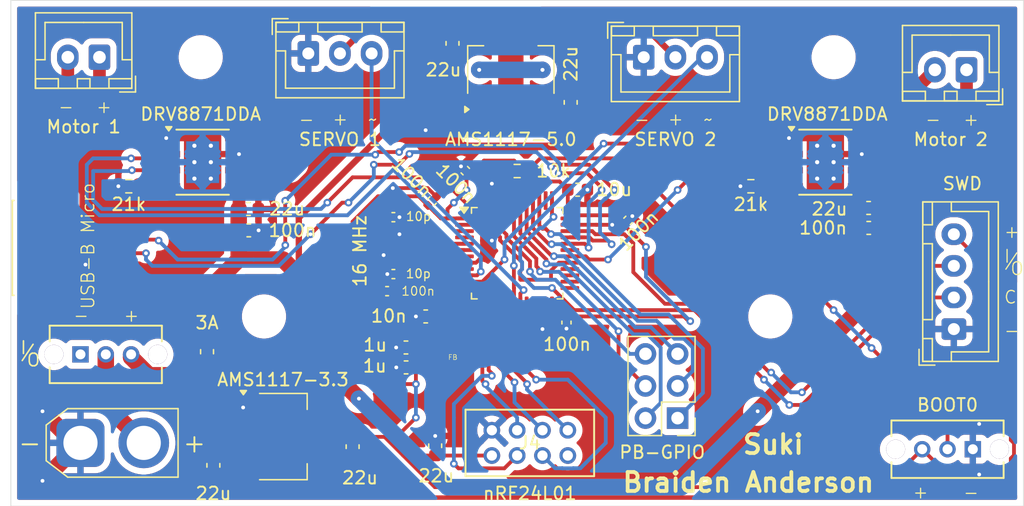
<source format=kicad_pcb>
(kicad_pcb (version 20241229) (generator "pcbnew") (generator_version "9.0")
  (layers (0 "F.Cu" signal) (2 "B.Cu" signal) (13 "F.Paste" user) (15 "B.Paste" user) (5 "F.SilkS" user "F.Silkscreen") (7 "B.SilkS" user "B.Silkscreen") (1 "F.Mask" user) (3 "B.Mask" user) (25 "Edge.Cuts" user))
  (net 0 "")
  (net 1 "PWM_M1_EN")
  (net 2 "PWM_M2_EN")
  (net 3 "/SWDIO")
  (net 4 "TIM3_CH3_SRVO2")
  (net 5 "/Fuse")
  (net 6 "+5V")
  (net 7 "+3.3VA")
  (net 8 "SCK")
  (net 9 "+12V")
  (net 10 "CE")
  (net 11 "/Res")
  (net 12 "+3.3V")
  (net 13 "/SWCLK")
  (net 14 "I{slash}O_M1_IN")
  (net 15 "CSN")
  (net 16 "MOSI")
  (net 17 "/NRST")
  (net 18 "MISO")
  (net 19 "I{slash}O_M2_IN")
  (net 20 "/M1+")
  (net 21 "/M1-")
  (net 22 "/M2+")
  (net 23 "/M2-")
  (net 24 "/ILim")
  (net 25 "GND")
  (net 26 "/HSE_IN")
  (net 27 "/HSE_OUT")
  (net 28 "/SW_BOOT0")
  (net 29 "TIM3_CH3_SRVO1")
  (net 46 "/D+Res")
  (net 49 "/D-")
  (net 50 "PB6")
  (net 51 "PB8")
  (net 52 "PB7")
  (net 53 "PB3")
  (net 54 "PB4")
  (net 55 "PB5")
  (footprint "Capacitor_SMD:C_0603_1608Metric" (layer "F.Cu") (at 124.325 120.775 -90)
    (property "Reference" "C10" (hide yes))
    (property "Value" "22u")
  )
  (footprint "JSTConnectors:CONN_B8B-PHDSS_JST" (layer "F.Cu") (at 146.325 118)
    (property "Reference" "J4")
    (property "Value" "nRF24L01")
  )
  (footprint "Capacitor_SMD:C_0603_1608Metric" (layer "F.Cu") (at 143.216402 87.403356 -90)
    (property "Reference" "C19" (hide yes))
    (property "Value" "22u")
  )
  (footprint "Capacitor_SMD:C_0402_1005Metric" (layer "F.Cu") (at 138.545003 101.15 180)
    (property "Reference" "C16" (hide yes))
    (property "Value" "10p")
  )
  (footprint "Zesti:SPDT_OS102011_CNK" (layer "F.Cu") (at 113.824999 112 90)
    (property "Reference" "SW3" (hide yes))
    (property "Value" "SW_SPDT" (hide yes))
  )
  (footprint "Capacitor_SMD:C_0603_1608Metric" (layer "F.Cu") (at 141.849402 119.225 90)
    (property "Reference" "C20" (hide yes))
    (property "Value" "22u")
  )
  (footprint "Capacitor_SMD:C_0402_1005Metric" (layer "F.Cu") (at 157.0846 101.405778 45)
    (property "Reference" "C3" (hide yes))
    (property "Value" "100n")
  )
  (footprint "Resistor_SMD:R_0603_1608Metric" (layer "F.Cu") (at 117.643185 98.703894)
    (property "Reference" "R2" (hide yes))
    (property "Value" "21k")
  )
  (footprint "Zesti:SPDT_OS102011_CNK" (layer "F.Cu") (at 184.325 119.5 -90)
    (property "Reference" "SW2" (hide yes))
    (property "Value" "BOOT0")
  )
  (footprint "Resistor_SMD:R_0603_1608Metric" (layer "F.Cu") (at 148.325 97.5 180)
    (property "Reference" "R4" (hide yes))
    (property "Value" "10k")
  )
  (footprint "Package_SO:Texas_HTSOP-8-1EP_3.9x4.9mm_P1.27mm_EP2.95x4.9mm_Mask2.4x3.1mm_ThermalVias" (layer "F.Cu") (at 172.675 96.8)
    (property "Reference" "U5" (hide yes))
    (property "Value" "DRV8871DDA")
  )
  (footprint "Package_SO:Texas_HTSOP-8-1EP_3.9x4.9mm_P1.27mm_EP2.95x4.9mm_Mask2.4x3.1mm_ThermalVias" (layer "F.Cu") (at 123.475 96.8)
    (property "Reference" "U4" (hide yes))
    (property "Value" "DRV8871DDA")
  )
  (footprint "Capacitor_SMD:C_0402_1005Metric" (layer "F.Cu") (at 152.220267 109.481 -90)
    (property "Reference" "C2" (hide yes))
    (property "Value" "100n")
  )
  (footprint "Zesti:XTAL_ABM10AIG-16.000MHZ-4Z-T3" (layer "F.Cu") (at 138.400001 103.325 180)
    (property "Reference" "Y1" (hide yes))
    (property "Value" "16 MHz")
  )
  (footprint "Connector_AMASS:AMASS_XT30U-F_1x02_P5.0mm_Vertical" (layer "F.Cu") (at 113.825 119)
    (property "Reference" "J13" (hide yes))
    (property "Value" "Conn_01x02_Pin" (hide yes))
  )
  (footprint "Zesti:BEADC1608X95N" (layer "F.Cu") (at 142.003832 112.227753 90)
    (property "Reference" "FB")
    (property "Value" "120R FerriteBead" (hide yes))
  )
  (footprint "MountingHole:MountingHole_3mm" (layer "F.Cu") (at 123.325 88.5)
    (property "Reference" "H4" (hide yes))
    (property "Value" "MountingHole" (hide yes))
  )
  (footprint "USB-B-Micro:AMPHENOL_10118192-0002LF" (layer "F.Cu") (at 112.567349 103.576281 -90)
    (property "Reference" "J5" (hide yes))
    (property "Value" "USB_B_Micro" (hide yes))
  )
  (footprint "Connector_JST:JST_XH_B3B-XH-A_1x03_P2.50mm_Vertical" (layer "F.Cu") (at 158.325 88.5)
    (property "Reference" "J2" (hide yes))
    (property "Value" "Conn_01x03_Pin" (hide yes))
  )
  (footprint "Package_QFP:LQFP-48_7x7mm_P0.5mm" (layer "F.Cu") (at 148.325 104)
    (property "Reference" "U6" (hide yes))
    (property "Value" "STM32F103C8Tx" (hide yes))
  )
  (footprint "Connector_PinHeader_2.54mm:PinHeader_2x03_P2.54mm_Vertical" (layer "F.Cu") (at 161 117.04 180)
    (property "Reference" "PB-GPIO")
    (property "Value" "PB_GPIO" (hide yes))
  )
  (footprint "MountingHole:MountingHole_3mm" (layer "F.Cu") (at 168.325 109)
    (property "Reference" "H2" (hide yes))
    (property "Value" "MountingHole" (hide yes))
  )
  (footprint "Capacitor_SMD:C_0603_1608Metric" (layer "F.Cu") (at 139.53986 111.45559 180)
    (property "Reference" "C13" (hide yes))
    (property "Value" "1u")
  )
  (footprint "Capacitor_SMD:C_0603_1608Metric" (layer "F.Cu") (at 135.325 119.297986 -90)
    (property "Reference" "C11" (hide yes))
    (property "Value" "22u")
  )
  (footprint "Capacitor_SMD:C_0603_1608Metric" (layer "F.Cu") (at 139.55 113.03 180)
    (property "Reference" "C14" (hide yes))
    (property "Value" "1u")
  )
  (footprint "Capacitor_SMD:C_0603_1608Metric" (layer "F.Cu") (at 176.1 102 180)
    (property "Reference" "C9" (hide yes))
    (property "Value" "100n")
  )
  (footprint "Capacitor_SMD:C_0603_1608Metric" (layer "F.Cu") (at 127.122507 102.191327 180)
    (property "Reference" "C7" (hide yes))
    (property "Value" "100n")
  )
  (footprint "Capacitor_SMD:C_0603_1608Metric" (layer "F.Cu") (at 141.1 109 180)
    (property "Reference" "C12" (hide yes))
    (property "Value" "10n")
  )
  (footprint "Package_TO_SOT_SMD:SOT-223-3_TabPin2" (layer "F.Cu") (at 129.825 118.5)
    (property "Reference" "U3" (hide yes))
    (property "Value" "AMS1117-3.3")
  )
  (footprint "Capacitor_SMD:C_0402_1005Metric" (layer "F.Cu") (at 138.545003 105.65)
    (property "Reference" "C17" (hide yes))
    (property "Value" "10p")
  )
  (footprint "Connector_JST:JST_XH_B2B-XH-A_1x02_P2.50mm_Vertical" (layer "F.Cu") (at 183.825 89.5 180)
    (property "Reference" "M2+1" (hide yes))
    (property "Value" "Motor 2")
  )
  (footprint "MountingHole:MountingHole_3mm" (layer "F.Cu") (at 128.325 109)
    (property "Reference" "H3" (hide yes))
    (property "Value" "MountingHole" (hide yes))
  )
  (footprint "Capacitor_SMD:C_0603_1608Metric" (layer "F.Cu") (at 176.089991 100.421212 180)
    (property "Reference" "C8" (hide yes))
    (property "Value" "22u")
  )
  (footprint "Fuse:Fuse_0603_1608Metric" (layer "F.Cu") (at 123.825 111.7875 90)
    (property "Reference" "F1" (hide yes))
    (property "Value" "3A")
  )
  (footprint "Connector_JST:JST_XH_B4B-XH-A_1x04_P2.50mm_Vertical" (layer "F.Cu") (at 182.825 110 90)
    (property "Reference" "J3" (hide yes))
    (property "Value" "SWD")
  )
  (footprint "Package_TO_SOT_SMD:SOT-223-3_TabPin2" (layer "F.Cu") (at 147.825 89.5 90)
    (property "Reference" "U1" (hide yes))
    (property "Value" "AMS1117-5.0")
  )
  (footprint "Connector_JST:JST_XH_B2B-XH-A_1x02_P2.50mm_Vertical" (layer "F.Cu") (at 115.325 88.5 180)
    (property "Reference" "M1+1" (hide yes))
    (property "Value" "Motor 1")
  )
  (footprint "Capacitor_SMD:C_0402_1005Metric" (layer "F.Cu") (at 141.602881 99.874059 45)
    (property "Reference" "C1" (hide yes))
    (property "Value" "100n")
  )
  (footprint "Connector_JST:JST_XH_B3B-XH-A_1x03_P2.50mm_Vertical" (layer "F.Cu") (at 131.825 88.2)
    (property "Reference" "J1" (hide yes))
    (property "Value" "Conn_01x03_Pin" (hide yes))
  )
  (footprint "MountingHole:MountingHole_3mm" (layer "F.Cu") (at 173.325 88.5)
    (property "Reference" "H1" (hide yes))
    (property "Value" "MountingHole" (hide yes))
  )
  (footprint "Capacitor_SMD:C_0603_1608Metric" (layer "F.Cu") (at 127.1 100.5 180)
    (property "Reference" "C6" (hide yes))
    (property "Value" "22u")
  )
  (footprint "Capacitor_SMD:C_0402_1005Metric" (layer "F.Cu") (at 144.226514 97.469665 135)
    (property "Reference" "C4" (hide yes))
    (property "Value" "100n")
  )
  (footprint "Capacitor_SMD:C_0603_1608Metric" (layer "F.Cu") (at 153.1 98.979673)
    (property "Reference" "C5" (hide yes))
    (property "Value" "10u")
  )
  (footprint "Resistor_SMD:R_0603_1608Metric" (layer "F.Cu") (at 166.788263 98.703894)
    (property "Reference" "R3" (hide yes))
    (property "Value" "21k")
  )
  (footprint "Capacitor_SMD:C_0603_1608Metric" (layer "F.Cu") (at 152.553147 92.07128 90)
    (property "Reference" "C18" (hide yes))
    (property "Value" "22u")
  )
  (footprint "Capacitor_SMD:C_0402_1005Metric" (layer "F.Cu") (at 138.05 107 180)
    (property "Reference" "C15" (hide yes))
    (property "Value" "100n")
  )
  (gr_line (start 108.325 124) (end 188.325 124) (stroke (width 0.05)) (layer "Edge.Cuts"))
  (gr_line (start 108.325 84) (end 108.325 124) (stroke (width 0.05)) (layer "Edge.Cuts"))
  (gr_line (start 188.325 124) (end 188.325 84) (stroke (width 0.05)) (layer "Edge.Cuts"))
  (gr_line (start 188.325 84) (end 108.325 84) (stroke (width 0.05)) (layer "Edge.Cuts"))
  (gr_text "/" (at 186.772227 105.151875 0) (layer "F.SilkS") (effects (font (size 1 1) (thickness 0.1)) (justify left bottom)))
  (gr_text "-" (at 183.5 123.5 0) (layer "F.SilkS") (effects (font (size 1 1) (thickness 0.1)) (justify left bottom)))
  (gr_text "-" (at 186.725 110.696499 0) (layer "F.SilkS") (effects (font (size 1 1) (thickness 0.1)) (justify left bottom)))
  (gr_text "+" (at 115 93 0) (layer "F.SilkS") (effects (font (size 1 1) (thickness 0.1)) (justify left bottom)))
  (gr_text "I" (at 109 112.057289 0) (layer "F.SilkS") (effects (font (size 1 1) (thickness 0.125)) (justify left bottom)))
  (gr_text "-" (at 113.192153 109.5 0) (layer "F.SilkS") (effects (font (size 1 1) (thickness 0.1)) (justify left bottom)))
  (gr_text "Suki" (at 166 120 0) (layer "F.SilkS") (effects (font (size 1.5 1.5) (thickness 0.3) (bold yes)) (justify left bottom)))
  (gr_text "O" (at 109.505836 113.029751 0) (layer "F.SilkS") (effects (font (size 1 1) (thickness 0.125)) (justify left bottom)))
  (gr_text "-" (at 157.497138 94 0) (layer "F.SilkS") (effects (font (size 1 1) (thickness 0.1)) (justify left bottom)))
  (gr_text "-" (at 130.997138 94 0) (layer "F.SilkS") (effects (font (size 1 1) (thickness 0.1)) (justify left bottom)))
  (gr_text "~" (at 163 94 0) (layer "F.SilkS") (effects (font (size 1 1) (thickness 0.1)) (justify left bottom)))
  (gr_text "~" (at 136.5 94 0) (layer "F.SilkS") (effects (font (size 1 1) (thickness 0.1)) (justify left bottom)))
  (gr_text "C" (at 186.725 108.065527 0) (layer "F.SilkS") (effects (font (size 1 1) (thickness 0.1)) (justify left bottom)))
  (gr_text "+" (at 183.5 94 0) (layer "F.SilkS") (effects (font (size 1 1) (thickness 0.1)) (justify left bottom)))
  (gr_text "+" (at 160.162304 93.966475 0) (layer "F.SilkS") (effects (font (size 1 1) (thickness 0.1)) (justify left bottom)))
  (gr_text "I" (at 186.725 104.831122 0) (layer "F.SilkS") (effects (font (size 1 1) (thickness 0.1)) (justify left bottom)))
  (gr_text "-" (at 112 93 0) (layer "F.SilkS") (effects (font (size 1 1) (thickness 0.1)) (justify left bottom)))
  (gr_text "+" (at 186.725 102.871211 0) (layer "F.SilkS") (effects (font (size 1 1) (thickness 0.1)) (justify left bottom)))
  (gr_text "/" (at 109.047227 112.378042 0) (layer "F.SilkS") (effects (font (size 1 1) (thickness 0.125)) (justify left bottom)))
  (gr_text "-" (at 180.5 94 0) (layer "F.SilkS") (effects (font (size 1 1) (thickness 0.1)) (justify left bottom)))
  (gr_text "Braiden Anderson" (at 156.5 123 0) (layer "F.SilkS") (effects (font (size 1.5 1.5) (thickness 0.3) (bold yes)) (justify left bottom)))
  (gr_text "O" (at 187.230836 105.803584 0) (layer "F.SilkS") (effects (font (size 1 1) (thickness 0.1)) (justify left bottom)))
  (gr_text "+" (at 179.510632 123.475874 0) (layer "F.SilkS") (effects (font (size 1 1) (thickness 0.1)) (justify left bottom)))
  (gr_text "USB-B Micro" (at 115 108.5 90) (layer "F.SilkS") (effects (font (size 1 1) (thickness 0.1)) (justify left bottom)))
  (gr_text "+" (at 117.164759 109.5 0) (layer "F.SilkS") (effects (font (size 1 1) (thickness 0.1)) (justify left bottom)))
  (gr_text "+" (at 133.662304 93.966475 0) (layer "F.SilkS") (effects (font (size 1 1) (thickness 0.1)) (justify left bottom)))
  (via (at 150.325 89.5) (size 0.6) (drill 0.3) (layers "F.Cu" "B.Cu") (net 0))
  (via (at 150.325 89.5) (size 1.3) (drill 0.3) (layers "F.Cu" "B.Cu") (net 0))
  (via (at 145.325 89.5) (size 0.6) (drill 0.3) (layers "F.Cu" "B.Cu") (net 0))
  (via (at 145.325 89.5) (size 1.3) (drill 0.3) (layers "F.Cu" "B.Cu") (net 0))
  (segment (start 145.325 89.5) (end 150.325 89.5) (width 1.3) (layer "B.Cu") (net 0))
  (segment (start 145.15576 105.75) (end 144.1625 105.75) (width 0.3) (layer "F.Cu") (net 1))
  (segment (start 120.265 96.5) (end 120.6 96.165) (width 0.3) (layer "F.Cu") (net 1))
  (segment (start 145.45288 105.45288) (end 145.15576 105.75) (width 0.3) (layer "F.Cu") (net 1))
  (segment (start 117.825 96.5) (end 120.265 96.5) (width 0.3) (layer "F.Cu") (net 1))
  (via (at 145.45288 105.45288) (size 0.6) (drill 0.3) (layers "F.Cu" "B.Cu") (net 1))
  (via (at 117.825 96.5) (size 0.6) (drill 0.3) (layers "F.Cu" "B.Cu") (net 1))
  (segment (start 134.920654 101) (end 115.325 101) (width 0.3) (layer "B.Cu") (net 1))
  (segment (start 145.45288 105.45288) (end 145.45288 104.303091) (width 0.3) (layer "B.Cu") (net 1))
  (segment (start 114.325 97) (end 114.825 96.5) (width 0.3) (layer "B.Cu") (net 1))
  (segment (start 145.45288 104.303091) (end 138.535221 97.385433) (width 0.3) (layer "B.Cu") (net 1))
  (segment (start 114.825 96.5) (end 117.825 96.5) (width 0.3) (layer "B.Cu") (net 1))
  (segment (start 138.535221 97.385433) (end 134.920654 101) (width 0.3) (layer "B.Cu") (net 1))
  (segment (start 114.325 100) (end 114.325 97) (width 0.3) (layer "B.Cu") (net 1))
  (segment (start 115.325 101) (end 114.325 100) (width 0.3) (layer "B.Cu") (net 1))
  (segment (start 163.66 96.165) (end 169.8 96.165) (width 0.3) (layer "F.Cu") (net 2))
  (segment (start 145.575 106.25) (end 147.325 104.5) (width 0.3) (layer "F.Cu") (net 2))
  (segment (start 160.716227 95.331803) (end 162.826803 95.331803) (width 0.3) (layer "F.Cu") (net 2))
  (segment (start 162.826803 95.331803) (end 163.66 96.165) (width 0.3) (layer "F.Cu") (net 2))
  (segment (start 155.155053 95.330053) (end 160.714477 95.330053) (width 0.3) (layer "F.Cu") (net 2))
  (segment (start 144.1625 106.25) (end 145.575 106.25) (width 0.3) (layer "F.Cu") (net 2))
  (segment (start 160.714477 95.330053) (end 160.716227 95.331803) (width 0.3) (layer "F.Cu") (net 2))
  (via (at 155.155053 95.330053) (size 0.6) (drill 0.3) (layers "F.Cu" "B.Cu") (net 2))
  (via (at 147.325 104.5) (size 0.6) (drill 0.3) (layers "F.Cu" "B.Cu") (net 2))
  (segment (start 147.325 104.5) (end 147.325 103.160106) (width 0.3) (layer "B.Cu") (net 2))
  (segment (start 147.325 103.160106) (end 155.155053 95.330053) (width 0.3) (layer "B.Cu") (net 2))
  (segment (start 168.325 113.5) (end 168.390687 113.434313) (width 0.3) (layer "F.Cu") (net 3))
  (segment (start 157.5 105.5) (end 160 108) (width 0.3) (layer "F.Cu") (net 3))
  (segment (start 157.5 103.20852) (end 157.5 105.5) (width 0.3) (layer "F.Cu") (net 3))
  (segment (start 152.4875 102.25) (end 154.25 102.25) (width 0.3) (layer "F.Cu") (net 3))
  (segment (start 156.79148 102.5) (end 157.5 103.20852) (width 0.3) (layer "F.Cu") (net 3))
  (segment (start 154.25 102.25) (end 154.5 102.5) (width 0.3) (layer "F.Cu") (net 3))
  (segment (start 154.5 102.5) (end 156.79148 102.5) (width 0.3) (layer "F.Cu") (net 3))
  (segment (start 162.825 108) (end 168.325 113.5) (width 0.3) (layer "F.Cu") (net 3))
  (segment (start 160 108) (end 162.825 108) (width 0.3) (layer "F.Cu") (net 3))
  (segment (start 170.825 115) (end 180.825 105) (width 0.3) (layer "F.Cu") (net 3))
  (segment (start 180.825 105) (end 182.825 105) (width 0.3) (layer "F.Cu") (net 3))
  (via (at 168.390687 113.434313) (size 0.6) (drill 0.3) (layers "F.Cu" "B.Cu") (net 3))
  (via (at 170.825 115) (size 0.6) (drill 0.3) (layers "F.Cu" "B.Cu") (net 3))
  (segment (start 168.390687 113.434313) (end 169.956374 115) (width 0.3) (layer "B.Cu") (net 3))
  (segment (start 169.956374 115) (end 170.825 115) (width 0.3) (layer "B.Cu") (net 3))
  (segment (start 148.835488 106.932493) (end 148.575 107.192981) (width 0.3) (layer "F.Cu") (net 4))
  (segment (start 148.575 107.192981) (end 148.575 108.1625) (width 0.3) (layer "F.Cu") (net 4))
  (segment (start 148.835488 106.908751) (end 148.835488 106.932493) (width 0.3) (layer "F.Cu") (net 4))
  (via (at 148.835488 106.908751) (size 0.6) (drill 0.3) (layers "F.Cu" "B.Cu") (net 4))
  (segment (start 136.825 94.966691) (end 136.825 88.2) (width 0.3) (layer "B.Cu") (net 4))
  (segment (start 148.76706 106.908751) (end 136.825 94.966691) (width 0.3) (layer "B.Cu") (net 4))
  (segment (start 148.835488 106.908751) (end 148.76706 106.908751) (width 0.3) (layer "B.Cu") (net 4))
  (segment (start 119.241422 113.6503) (end 122.7497 113.6503) (width 1.3) (layer "F.Cu") (net 5))
  (segment (start 122.7497 113.6503) (end 123.825 112.575) (width 1.3) (layer "F.Cu") (net 5))
  (segment (start 117.825 112) (end 117.825 112.233878) (width 1.3) (layer "F.Cu") (net 5))
  (segment (start 117.825 112.233878) (end 119.241422 113.6503) (width 1.3) (layer "F.Cu") (net 5))
  (segment (start 147.546644 86.628356) (end 147.825 86.35) (width 0.5) (layer "F.Cu") (net 6))
  (segment (start 158.675 86.35) (end 160.825 88.5) (width 0.5) (layer "F.Cu") (net 6))
  (segment (start 147.825 86.35) (end 158.675 86.35) (width 0.5) (layer "F.Cu") (net 6))
  (segment (start 143.216402 86.628356) (end 147.546644 86.628356) (width 0.5) (layer "F.Cu") (net 6))
  (segment (start 140.325 85) (end 137.525 85) (width 0.5) (layer "F.Cu") (net 6))
  (segment (start 143.216402 86.628356) (end 141.953356 86.628356) (width 0.5) (layer "F.Cu") (net 6))
  (segment (start 137.525 85) (end 134.325 88.2) (width 0.5) (layer "F.Cu") (net 6))
  (segment (start 141.953356 86.628356) (end 140.325 85) (width 0.5) (layer "F.Cu") (net 6))
  (segment (start 140.31486 110.56014) (end 141.875 109) (width 0.3) (layer "F.Cu") (net 7))
  (segment (start 141.875 109) (end 141.875 106.45) (width 0.3) (layer "F.Cu") (net 7))
  (segment (start 142.003832 111.492753) (end 140.352023 111.492753) (width 0.3) (layer "F.Cu") (net 7))
  (segment (start 140.31486 111.45559) (end 140.31486 110.56014) (width 0.3) (layer "F.Cu") (net 7))
  (segment (start 143.075 105.25) (end 144.1625 105.25) (width 0.3) (layer "F.Cu") (net 7))
  (segment (start 140.352023 111.492753) (end 140.31486 111.45559) (width 0.3) (layer "F.Cu") (net 7))
  (segment (start 141.875 106.45) (end 143.075 105.25) (width 0.3) (layer "F.Cu") (net 7))
  (segment (start 146.575 112.66924) (end 148.11538 114.20962) (width 0.3) (layer "F.Cu") (net 8))
  (segment (start 146.575 108.1625) (end 146.575 112.66924) (width 0.3) (layer "F.Cu") (net 8))
  (via (at 148.11538 114.20962) (size 0.6) (drill 0.3) (layers "F.Cu" "B.Cu") (net 8))
  (segment (start 148.11538 115.79038) (end 150.325 118) (width 0.3) (layer "B.Cu") (net 8))
  (segment (start 148.11538 114.20962) (end 148.11538 115.79038) (width 0.3) (layer "B.Cu") (net 8))
  (segment (start 143 93) (end 139.262925 93) (width 0.5) (layer "F.Cu") (net 9))
  (segment (start 124.825 115) (end 124.825 112) (width 0.3) (layer "F.Cu") (net 9))
  (segment (start 150.899427 94.5) (end 152.553147 92.84628) (width 0.5) (layer "F.Cu") (net 9))
  (segment (start 139.262925 93) (end 131.075 101.187925) (width 0.5) (layer "F.Cu") (net 9))
  (segment (start 126.325 104.5) (end 129.825 104.5) (width 1.3) (layer "F.Cu") (net 9))
  (segment (start 124.325 120) (end 125.875 120) (width 0.3) (layer "F.Cu") (net 9))
  (segment (start 175.55 98.705) (end 175.55 100.186203) (width 1) (layer "F.Cu") (net 9))
  (segment (start 175.55 100.186203) (end 175.314991 100.421212) (width 1) (layer "F.Cu") (net 9))
  (segment (start 175.314991 108.510009) (end 175.314991 100.421212) (width 1.3) (layer "F.Cu") (net 9))
  (segment (start 115.824999 115.999999) (end 115.824999 112) (width 1.3) (layer "F.Cu") (net 9))
  (segment (start 123.825 107) (end 126.325 104.5) (width 1.3) (layer "F.Cu") (net 9))
  (segment (start 124.325 115.5) (end 124.325 120) (width 0.3) (layer "F.Cu") (net 9))
  (segment (start 126.35 98.705) (end 126.35 100.475) (width 1) (layer "F.Cu") (net 9))
  (segment (start 144.5 94.5) (end 143 93) (width 0.5) (layer "F.Cu") (net 9))
  (segment (start 152.553147 92.84628) (end 150.32128 92.84628) (width 0.5) (layer "F.Cu") (net 9))
  (segment (start 123.825 111) (end 123.825 107) (width 1.3) (layer "F.Cu") (net 9))
  (segment (start 129.825 104.5) (end 131.075 105.75) (width 1.3) (layer "F.Cu") (net 9))
  (segment (start 124.325 115.5) (end 124.825 115) (width 0.3) (layer "F.Cu") (net 9))
  (segment (start 126.325 104.5) (end 126.325 100.5) (width 1.3) (layer "F.Cu") (net 9))
  (segment (start 131.075 105.75) (end 132.325 107) (width 1.3) (layer "F.Cu") (net 9))
  (segment (start 167.325 116.5) (end 175.314991 108.510009) (width 1.3) (layer "F.Cu") (net 9))
  (segment (start 150.325 92.85) (end 150.125 92.65) (width 0.5) (layer "F.Cu") (net 9))
  (segment (start 132.325 107) (end 132.325 112) (width 1.3) (layer "F.Cu") (net 9))
  (segment (start 125.875 120) (end 126.675 120.8) (width 0.3) (layer "F.Cu") (net 9))
  (segment (start 132.325 112) (end 135.825 115.5) (width 1.3) (layer "F.Cu") (net 9))
  (segment (start 150.32128 92.84628) (end 150.125 92.65) (width 0.5) (layer "F.Cu") (net 9))
  (segment (start 131.075 101.187925) (end 131.075 105.75) (width 0.5) (layer "F.Cu") (net 9))
  (segment (start 126.35 100.475) (end 126.325 100.5) (width 1) (layer "F.Cu") (net 9))
  (segment (start 124.825 112) (end 123.825 111) (width 0.3) (layer "F.Cu") (net 9))
  (segment (start 118.825 119) (end 115.824999 115.999999) (width 1.3) (layer "F.Cu") (net 9))
  (segment (start 144.5 94.5) (end 150.899427 94.5) (width 0.5) (layer "F.Cu") (net 9))
  (via (at 135.825 115.5) (size 1.3) (drill 0.3) (layers "F.Cu" "B.Cu") (net 9))
  (via (at 167.325 116.5) (size 1.3) (drill 0.3) (layers "F.Cu" "B.Cu") (net 9))
  (segment (start 142.825 122.5) (end 135.825 115.5) (width 1.3) (layer "B.Cu") (net 9))
  (segment (start 161.325 122.5) (end 142.825 122.5) (width 1.3) (layer "B.Cu") (net 9))
  (segment (start 167.325 116.5) (end 161.325 122.5) (width 1.3) (layer "B.Cu") (net 9))
  (segment (start 145.825 114.35) (end 145.575 114.1) (width 0.3) (layer "F.Cu") (net 10))
  (segment (start 145.575 114.1) (end 145.575 108.1625) (width 0.3) (layer "F.Cu") (net 10))
  (via (at 145.825 114.35) (size 0.6) (drill 0.3) (layers "F.Cu" "B.Cu") (net 10))
  (segment (start 145.825 114.5) (end 148.324999 116.999999) (width 0.3) (layer "B.Cu") (net 10))
  (segment (start 148.324999 116.999999) (end 148.324999 118) (width 0.3) (layer "B.Cu") (net 10))
  (segment (start 145.825 114.35) (end 145.825 114.5) (width 0.3) (layer "B.Cu") (net 10))
  (segment (start 147.575 99.8375) (end 147.575 97.717497) (width 0.3) (layer "F.Cu") (net 11))
  (segment (start 147.575 97.717497) (end 147.558116 97.700613) (width 0.3) (layer "F.Cu") (net 11))
  (segment (start 135.325 118.522986) (end 137.847986 118.522986) (width 0.3) (layer "F.Cu") (net 12))
  (segment (start 132.975 118.5) (end 135.302014 118.5) (width 0.3) (layer "F.Cu") (net 12))
  (segment (start 151.075 109.001) (end 151.075 108.1625) (width 0.3) (layer "F.Cu") (net 12))
  (segment (start 152.325 101.0875) (end 152.4875 101.25) (width 0.3) (layer "F.Cu") (net 12))
  (segment (start 183.324999 122.5) (end 180.324999 119.5) (width 0.3) (layer "F.Cu") (net 12))
  (segment (start 144.875 97.5) (end 145.701 96.674) (width 0.3) (layer "F.Cu") (net 12))
  (segment (start 142.3 101.25) (end 141.825 100.775) (width 0.3) (layer "F.Cu") (net 12))
  (segment (start 148.716226 98.326) (end 151.671327 98.326) (width 0.3) (layer "F.Cu") (net 12))
  (segment (start 151.671327 98.326) (end 152.325 98.979673) (width 0.3) (layer "F.Cu") (net 12))
  (segment (start 187.325 118.773229) (end 187.575301 119.02353) (width 0.3) (layer "F.Cu") (net 12))
  (segment (start 142.003832 112.962753) (end 140.392247 112.962753) (width 0.3) (layer "F.Cu") (net 12))
  (segment (start 138.802014 118.522986) (end 140.325 117) (width 0.3) (layer "F.Cu") (net 12))
  (segment (start 161.5 109) (end 160.352 109) (width 0.3) (layer "F.Cu") (net 12))
  (segment (start 136.675 114.35) (end 135.325 113) (width 0.3) (layer "F.Cu") (net 12))
  (segment (start 144.325 98.05) (end 144.875 97.5) (width 0.3) (layer "F.Cu") (net 12))
  (segment (start 187.575301 119.97647) (end 187.325 120.226771) (width 0.3) (layer "F.Cu") (net 12))
  (segment (start 152.7375 101) (end 152.4875 101.25) (width 0.3) (layer "F.Cu") (net 12))
  (segment (start 137.847986 118.522986) (end 139.325 120) (width 0.3) (layer "F.Cu") (net 12))
  (segment (start 180.324999 119.5) (end 177.324999 122.5) (width 0.3) (layer "F.Cu") (net 12))
  (segment (start 148.399 96.991226) (end 148.399 98.008774) (width 0.3) (layer "F.Cu") (net 12))
  (segment (start 161.87212 109.37212) (end 161.5 109) (width 0.3) (layer "F.Cu") (net 12))
  (segment (start 135.302014 118.5) (end 135.325 118.522986) (width 0.3) (layer "F.Cu") (net 12))
  (segment (start 156 101) (end 152.325 101) (width 0.3) (layer "F.Cu") (net 12))
  (segment (start 148.081774 96.674) (end 148.399 96.991226) (width 0.3) (layer "F.Cu") (net 12))
  (segment (start 145.701 96.674) (end 148.081774 96.674) (width 0.3) (layer "F.Cu") (net 12))
  (segment (start 140.55 99.5) (end 141.825 100.775) (width 0.3) (layer "F.Cu") (net 12))
  (segment (start 187.325 120.226771) (end 187.325 122.5) (width 0.3) (layer "F.Cu") (net 12))
  (segment (start 140.325 114.35) (end 140.325 113.03) (width 0.3) (layer "F.Cu") (net 12))
  (segment (start 142.825 101.25) (end 142.825 100.5) (width 0.3) (layer "F.Cu") (net 12))
  (segment (start 135.325 113) (end 135.575 113.25) (width 0.3) (layer "F.Cu") (net 12))
  (segment (start 187.575301 119.02353) (end 187.575301 119.97647) (width 0.3) (layer "F.Cu") (net 12))
  (segment (start 137.847986 118.522986) (end 138.802014 118.522986) (width 0.3) (layer "F.Cu") (net 12))
  (segment (start 148.399 98.008774) (end 148.716226 98.326) (width 0.3) (layer "F.Cu") (net 12))
  (segment (start 177.324999 122.5) (end 141.825 122.5) (width 0.3) (layer "F.Cu") (net 12))
  (segment (start 141.825 122.5) (end 139.325 120) (width 0.3) (layer "F.Cu") (net 12))
  (segment (start 144.1625 101.25) (end 142.825 101.25) (width 0.3) (layer "F.Cu") (net 12))
  (segment (start 152.325 98.979673) (end 152.325 101) (width 0.3) (layer "F.Cu") (net 12))
  (segment (start 140.392247 112.962753) (end 140.325 113.03) (width 0.3) (layer "F.Cu") (net 12))
  (segment (start 160.352 109) (end 160.351 109.001) (width 0.3) (layer "F.Cu") (net 12))
  (segment (start 135.325 113) (end 135.325 101.5) (width 0.3) (layer "F.Cu") (net 12))
  (segment (start 144.325 99) (end 144.325 98.05) (width 0.3) (layer "F.Cu") (net 12))
  (segment (start 140.325 114.35) (end 136.675 114.35) (width 0.3) (layer "F.Cu") (net 12))
  (segment (start 162 109.37212) (end 161.87212 109.37212) (width 0.3) (layer "F.Cu") (net 12))
  (segment (start 158.5 103.5) (end 156 101) (width 0.3) (layer "F.Cu") (net 12))
  (segment (start 182.825 102.5) (end 187.325 107) (width 0.3) (layer "F.Cu") (net 12))
  (segment (start 145.575 99.8375) (end 145.575 98.2) (width 0.3) (layer "F.Cu") (net 12))
  (segment (start 187.325 122.5) (end 183.324999 122.5) (width 0.3) (layer "F.Cu") (net 12))
  (segment (start 152.325 101) (end 152.325 101.0875) (width 0.3) (layer "F.Cu") (net 12))
  (segment (start 160.351 109.001) (end 151.075 109.001) (width 0.3) (layer "F.Cu") (net 12))
  (segment (start 137.325 99.5) (end 140.55 99.5) (width 0.3) (layer "F.Cu") (net 12))
  (segment (start 142.825 100.5) (end 143.325 100) (width 0.3) (layer "F.Cu") (net 12))
  (segment (start 135.325 101.5) (end 137.325 99.5) (width 0.3) (layer "F.Cu") (net 12))
  (segment (start 145.575 98.2) (end 144.875 97.5) (width 0.3) (layer "F.Cu") (net 12))
  (segment (start 187.325 107) (end 187.325 118.773229) (width 0.3) (layer "F.Cu") (net 12))
  (segment (start 142.825 101.25) (end 142.3 101.25) (width 0.3) (layer "F.Cu") (net 12))
  (segment (start 139.325 120) (end 146.325 120.000001) (width 0.3) (layer "F.Cu") (net 12))
  (via (at 140.325 114.35) (size 0.6) (drill 0.3) (layers "F.Cu" "B.Cu") (net 12))
  (via (at 140.325 117) (size 0.6) (drill 0.3) (layers "F.Cu" "B.Cu") (net 12))
  (via (at 143.325 100) (size 0.6) (drill 0.3) (layers "F.Cu" "B.Cu") (net 12))
  (via (at 158.5 103.5) (size 0.6) (drill 0.3) (layers "F.Cu" "B.Cu") (net 12))
  (via (at 162 109.37212) (size 0.6) (drill 0.3) (layers "F.Cu" "B.Cu") (net 12))
  (via (at 144.325 99) (size 0.6) (drill 0.3) (layers "F.Cu" "B.Cu") (net 12))
  (segment (start 158.5 105.87212) (end 162 109.37212) (width 0.3) (layer "B.Cu") (net 12))
  (segment (start 143.325 100) (end 144.325 99) (width 0.3) (layer "B.Cu") (net 12))
  (segment (start 140.325 117) (end 140.325 114.35) (width 0.3) (layer "B.Cu") (net 12))
  (segment (start 158.5 103.5) (end 158.5 105.87212) (width 0.3) (layer "B.Cu") (net 12))
  (segment (start 179.325 107.5) (end 182.825 107.5) (width 0.3) (layer "F.Cu") (net 13))
  (segment (start 170.825 116) (end 179.325 107.5) (width 0.3) (layer "F.Cu") (net 13))
  (segment (start 169.825 116) (end 170.825 116) (width 0.3) (layer "F.Cu") (net 13))
  (segment (start 151.199293 101.124293) (end 151.075 101) (width 0.3) (layer "F.Cu") (net 13))
  (segment (start 152.825 108.5) (end 162.325 108.5) (width 0.3) (layer "F.Cu") (net 13))
  (segment (start 162.325 108.5) (end 167.825 114) (width 0.3) (layer "F.Cu") (net 13))
  (segment (start 151.075 101) (end 151.075 99.8375) (width 0.3) (layer "F.Cu") (net 13))
  (segment (start 151.075 106.75) (end 152.825 108.5) (width 0.3) (layer "F.Cu") (net 13))
  (via (at 151.075 106.75) (size 0.6) (drill 0.3) (layers "F.Cu" "B.Cu") (net 13))
  (via (at 151.199293 101.124293) (size 0.6) (drill 0.3) (layers "F.Cu" "B.Cu") (net 13))
  (via (at 169.825 116) (size 0.6) (drill 0.3) (layers "F.Cu" "B.Cu") (net 13))
  (via (at 167.825 114) (size 0.6) (drill 0.3) (layers "F.Cu" "B.Cu") (net 13))
  (segment (start 169.825 116) (end 167.825 114) (width 0.3) (layer "B.Cu") (net 13))
  (segment (start 151.199293 101.124293) (end 150.323586 102) (width 0.3) (layer "B.Cu") (net 13))
  (segment (start 148.566761 103.546105) (end 148.566761 104.565347) (width 0.3) (layer "B.Cu") (net 13))
  (segment (start 148.716761 105.254655) (end 148.5 105.471416) (width 0.3) (layer "B.Cu") (net 13))
  (segment (start 148.5 105.593654) (end 149.656346 106.75) (width 0.3) (layer "B.Cu") (net 13))
  (segment (start 150.323586 102) (end 150.112866 102) (width 0.3) (layer "B.Cu") (net 13))
  (segment (start 148.716761 104.715347) (end 148.716761 105.254655) (width 0.3) (layer "B.Cu") (net 13))
  (segment (start 148.566761 104.565347) (end 148.716761 104.715347) (width 0.3) (layer "B.Cu") (net 13))
  (segment (start 149.656346 106.75) (end 151.075 106.75) (width 0.3) (layer "B.Cu") (net 13))
  (segment (start 148.5 105.471416) (end 148.5 105.593654) (width 0.3) (layer "B.Cu") (net 13))
  (segment (start 150.112866 102) (end 148.566761 103.546105) (width 0.3) (layer "B.Cu") (net 13))
  (segment (start 133.325 100) (end 135.325 98) (width 0.3) (layer "F.Cu") (net 14))
  (segment (start 146.976 102.730346) (end 146.976 102.976) (width 0.3) (layer "F.Cu") (net 14))
  (segment (start 145.251 101.005346) (end 146.976 102.730346) (width 0.3) (layer "F.Cu") (net 14))
  (segment (start 148.334001 104.334001) (end 148.335415 104.334001) (width 0.3) (layer "F.Cu") (net 14))
  (segment (start 148.599 106.099) (end 151 106.099) (width 0.3) (layer "F.Cu") (net 14))
  (segment (start 148.335415 104.334001) (end 148.716761 104.715347) (width 0.3) (layer "F.Cu") (net 14))
  (segment (start 141.325 98) (end 141.825 98.5) (width 0.3) (layer "F.Cu") (net 14))
  (segment (start 144.994654 100.749) (end 145.003534 100.749) (width 0.3) (layer "F.Cu") (net 14))
  (segment (start 151 105.375) (end 151.625 104.75) (width 0.3) (layer "F.Cu") (net 14))
  (segment (start 148.716761 104.715347) (end 148.716761 105.254655) (width 0.3) (layer "F.Cu") (net 14))
  (segment (start 145.003534 100.749) (end 145.251 100.996466) (width 0.3) (layer "F.Cu") (net 14))
  (segment (start 148.716761 105.254655) (end 148.566761 105.404655) (width 0.3) (layer "F.Cu") (net 14))
  (segment (start 151.625 104.75) (end 152.4875 104.75) (width 0.3) (layer "F.Cu") (net 14))
  (segment (start 142.745654 98.5) (end 144.994654 100.749) (width 0.3) (layer "F.Cu") (net 14))
  (segment (start 135.325 98) (end 141.325 98) (width 0.3) (layer "F.Cu") (net 14))
  (segment (start 145.251 100.996466) (end 145.251 101.005346) (width 0.3) (layer "F.Cu") (net 14))
  (segment (start 117.89 97.435) (end 120.6 97.435) (width 0.3) (layer "F.Cu") (net 14))
  (segment (start 148.566761 105.404655) (end 148.566761 106.066761) (width 0.3) (layer "F.Cu") (net 14))
  (segment (start 141.825 98.5) (end 142.745654 98.5) (width 0.3) (layer "F.Cu") (net 14))
  (segment (start 146.976 102.976) (end 148.334001 104.334001) (width 0.3) (layer "F.Cu") (net 14))
  (segment (start 151 106.099) (end 151 105.375) (width 0.3) (layer "F.Cu") (net 14))
  (segment (start 148.566761 106.066761) (end 148.599 106.099) (width 0.3) (layer "F.Cu") (net 14))
  (via (at 117.89 97.435) (size 0.6) (drill 0.3) (layers "F.Cu" "B.Cu") (net 14))
  (via (at 133.325 100) (size 0.6) (drill 0.3) (layers "F.Cu" "B.Cu") (net 14))
  (segment (start 115.53252 100.499) (end 114.826 99.79248) (width 0.3) (layer "B.Cu") (net 14))
  (segment (start 132.826 100.499) (end 115.53252 100.499) (width 0.3) (layer "B.Cu") (net 14))
  (segment (start 114.826 99.79248) (end 114.826 97.5) (width 0.3) (layer "B.Cu") (net 14))
  (segment (start 117.825 97.5) (end 117.89 97.435) (width 0.3) (layer "B.Cu") (net 14))
  (segment (start 133.325 100) (end 132.826 100.499) (width 0.3) (layer "B.Cu") (net 14))
  (segment (start 114.826 97.5) (end 117.825 97.5) (width 0.3) (layer "B.Cu") (net 14))
  (segment (start 146.325 113.5) (end 146.075 113.25) (width 0.3) (layer "F.Cu") (net 15))
  (segment (start 143.6864 121.011401) (end 147.313599 121.011401) (width 0.3) (layer "F.Cu") (net 15))
  (segment (start 146.075 113.25) (end 146.075 108.1625) (width 0.3) (layer "F.Cu") (net 15))
  (segment (start 143.325 120.650001) (end 143.6864 121.011401) (width 0.3) (layer "F.Cu") (net 15))
  (segment (start 146.325 113.699) (end 146.325 113.5) (width 0.3) (layer "F.Cu") (net 15))
  (segment (start 147.313599 121.011401) (end 148.324999 120.000001) (width 0.3) (layer "F.Cu") (net 15))
  (via (at 143.325 120.650001) (size 0.6) (drill 0.3) (layers "F.Cu" "B.Cu") (net 15))
  (via (at 146.325 113.699) (size 0.6) (drill 0.3) (layers "F.Cu" "B.Cu") (net 15))
  (segment (start 143.325 115.929346) (end 143.325 117) (width 0.3) (layer "B.Cu") (net 15))
  (segment (start 146.325 113.699) (end 145.555346 113.699) (width 0.3) (layer "B.Cu") (net 15))
  (segment (start 145.555346 113.699) (end 143.325 115.929346) (width 0.3) (layer "B.Cu") (net 15))
  (segment (start 143.325 117) (end 143.325 120.650001) (width 0.3) (layer "B.Cu") (net 15))
  (segment (start 147.575 111.75) (end 149.825 114) (width 0.3) (layer "F.Cu") (net 16))
  (segment (start 147.575 108.1625) (end 147.575 111.75) (width 0.3) (layer "F.Cu") (net 16))
  (via (at 149.825 114) (size 0.6) (drill 0.3) (layers "F.Cu" "B.Cu") (net 16))
  (segment (start 152.743934 121.011401) (end 151.906062 121.011401) (width 0.3) (layer "B.Cu") (net 16))
  (segment (start 155.325 119) (end 153.325 121) (width 0.3) (layer "B.Cu") (net 16))
  (segment (start 155.325 117) (end 155.325 119) (width 0.3) (layer "B.Cu") (net 16))
  (segment (start 151.906062 121.011401) (end 151.894661 121) (width 0.3) (layer "B.Cu") (net 16))
  (segment (start 152.325 114) (end 155.325 117) (width 0.3) (layer "B.Cu") (net 16))
  (segment (start 151.324999 121) (end 150.325 120.000001) (width 0.3) (layer "B.Cu") (net 16))
  (segment (start 151.894661 121) (end 151.324999 121) (width 0.3) (layer "B.Cu") (net 16))
  (segment (start 153.325 121) (end 152.755335 121) (width 0.3) (layer "B.Cu") (net 16))
  (segment (start 152.755335 121) (end 152.743934 121.011401) (width 0.3) (layer "B.Cu") (net 16))
  (segment (start 149.825 114) (end 152.325 114) (width 0.3) (layer "B.Cu") (net 16))
  (segment (start 144.1625 104.25) (end 143.075 104.25) (width 0.3) (layer "F.Cu") (net 17))
  (segment (start 140.325 107) (end 138.53 107) (width 0.3) (layer "F.Cu") (net 17))
  (segment (start 143.075 104.25) (end 140.325 107) (width 0.3) (layer "F.Cu") (net 17))
  (segment (start 147.075 108.1625) (end 147.075 112.25) (width 0.3) (layer "F.Cu") (net 18))
  (segment (start 147.325 112.5) (end 149.105626 114.280626) (width 0.3) (layer "F.Cu") (net 18))
  (segment (start 149.105626 114.280626) (end 149.105626 114.35) (width 0.3) (layer "F.Cu") (net 18))
  (segment (start 147.075 112.25) (end 147.325 112.5) (width 0.3) (layer "F.Cu") (net 18))
  (via (at 149.105626 114.35) (size 0.6) (drill 0.3) (layers "F.Cu" "B.Cu") (net 18))
  (segment (start 149.105626 114.780628) (end 152.324998 118) (width 0.3) (layer "B.Cu") (net 18))
  (segment (start 149.105626 114.35) (end 149.105626 114.780628) (width 0.3) (layer "B.Cu") (net 18))
  (segment (start 162.565 97.435) (end 169.8 97.435) (width 0.3) (layer "F.Cu") (net 19))
  (segment (start 153.75 104.25) (end 152.4875 104.25) (width 0.3) (layer "F.Cu") (net 19))
  (segment (start 154 104.5) (end 153.75 104.25) (width 0.3) (layer "F.Cu") (net 19))
  (segment (start 155.5 104.5) (end 154 104.5) (width 0.3) (layer "F.Cu") (net 19))
  (segment (start 161 99) (end 162.565 97.435) (width 0.3) (layer "F.Cu") (net 19))
  (via (at 155.5 104.5) (size 0.6) (drill 0.3) (layers "F.Cu" "B.Cu") (net 19))
  (via (at 161 99) (size 0.6) (drill 0.3) (layers "F.Cu" "B.Cu") (net 19))
  (segment (start 161 99) (end 155.5 104.5) (width 0.3) (layer "B.Cu") (net 19))
  (segment (start 130.825 97) (end 130.825 94.5) (width 1) (layer "F.Cu") (net 20))
  (segment (start 130.825 94.5) (end 128.124 91.799) (width 1) (layer "F.Cu") (net 20))
  (segment (start 116.325 91.799) (end 115.325 90.799) (width 1) (layer "F.Cu") (net 20))
  (segment (start 115.325 90.799) (end 115.325 88.5) (width 1) (layer "F.Cu") (net 20))
  (segment (start 130.39 97.435) (end 130.825 97) (width 1) (layer "F.Cu") (net 20))
  (segment (start 128.124 91.799) (end 116.325 91.799) (width 1) (layer "F.Cu") (net 20))
  (segment (start 126.35 97.435) (end 130.39 97.435) (width 1) (layer "F.Cu") (net 20))
  (segment (start 112.825 88.5) (end 112.825 90.2) (width 1) (layer "F.Cu") (net 21))
  (segment (start 112.825 90.2) (end 115.625 93) (width 1) (layer "F.Cu") (net 21))
  (segment (start 125.825 93) (end 126.35 93.525) (width 1) (layer "F.Cu") (net 21))
  (segment (start 115.625 93) (end 125.825 93) (width 1) (layer "F.Cu") (net 21))
  (segment (start 126.35 93.525) (end 126.35 94.895) (width 1) (layer "F.Cu") (net 21))
  (segment (start 177.65 97.435) (end 183.825 91.26) (width 1) (layer "F.Cu") (net 22))
  (segment (start 183.825 91.26) (end 183.825 89.5) (width 1) (layer "F.Cu") (net 22))
  (segment (start 175.55 97.435) (end 177.65 97.435) (width 1) (layer "F.Cu") (net 22))
  (segment (start 175.55 94.895) (end 175.93 94.895) (width 1) (layer "F.Cu") (net 23))
  (segment (start 175.93 94.895) (end 181.325 89.5) (width 1) (layer "F.Cu") (net 23))
  (segment (start 169.798894 98.703894) (end 169.8 98.705) (width 1.3) (layer "F.Cu") (net 24))
  (segment (start 167.613263 98.703894) (end 169.798894 98.703894) (width 1.3) (layer "F.Cu") (net 24))
  (segment (start 120.598894 98.703894) (end 120.6 98.705) (width 1.3) (layer "F.Cu") (net 24))
  (segment (start 118.468185 98.703894) (end 120.598894 98.703894) (width 1.3) (layer "F.Cu") (net 24))
  (segment (start 113.825 119) (end 110.825 122) (width 1.3) (layer "F.Cu") (net 25))
  (segment (start 141.257644 98.85) (end 141.942292 99.534648) (width 0.3) (layer "F.Cu") (net 25))
  (segment (start 150.575 109.75) (end 150.325 110) (width 0.3) (layer "F.Cu") (net 25))
  (segment (start 138.5 98.85) (end 141.257644 98.85) (width 0.3) (layer "F.Cu") (net 25))
  (segment (start 137.775 105.359997) (end 138.065003 105.65) (width 0.5) (layer "F.Cu") (net 25))
  (segment (start 139.025003 101.15) (end 139.025002 102.5) (width 0.5) (layer "F.Cu") (net 25))
  (segment (start 114.198012 104.876281) (end 114.22255 104.900819) (width 0.3) (layer "F.Cu") (net 25))
  (segment (start 113.325 119) (end 113.825 119) (width 1.3) (layer "F.Cu") (net 25))
  (segment (start 145.075 104.75) (end 144.1625 104.75) (width 0.3) (layer "F.Cu") (net 25))
  (segment (start 146.325 103) (end 146.325 103.5) (width 0.3) (layer "F.Cu") (net 25))
  (segment (start 155.833372 101.752611) (end 154.576155 101.752611) (width 0.3) (layer "F.Cu") (net 25))
  (segment (start 154.573544 101.75) (end 152.4875 101.75) (width 0.3) (layer "F.Cu") (net 25))
  (segment (start 112.567349 104.876281) (end 114.198012 104.876281) (width 0.3) (layer "F.Cu") (net 25))
  (segment (start 146.075 99.8375) (end 146.075 98.75) (width 0.3) (layer "F.Cu") (net 25))
  (segment (start 146.075 98.75) (end 146.325 98.5) (width 0.3) (layer "F.Cu") (net 25))
  (segment (start 184.325 121) (end 184.825 121.5) (width 0.3) (layer "F.Cu") (net 25))
  (segment (start 146.325 103.5) (end 145.075 104.75) (width 0.3) (layer "F.Cu") (net 25))
  (segment (start 154.576155 101.752611) (end 154.573544 101.75) (width 0.3) (layer "F.Cu") (net 25))
  (segment (start 184.325 119.5) (end 184.325 118) (width 0.3) (layer "F.Cu") (net 25))
  (segment (start 137.775 104.15) (end 137.775 105.359997) (width 0.5) (layer "F.Cu") (net 25))
  (segment (start 184.325 119.5) (end 184.325 121) (width 0.3) (layer "F.Cu") (net 25))
  (segment (start 110.825 116.5) (end 113.325 119) (width 1.3) (layer "F.Cu") (net 25))
  (segment (start 184.325 118) (end 184.825 117.5) (width 0.3) (layer "F.Cu") (net 25))
  (segment (start 150.575 108.1625) (end 150.575 109.75) (width 0.3) (layer "F.Cu") (net 25))
  (via (at 169.8 94.895) (size 0.6) (drill 0.3) (layers "F.Cu" "B.Cu") (net 25))
  (via (at 138.76486 111.45559) (size 0.6) (drill 0.3) (layers "F.Cu" "B.Cu") (net 25))
  (via (at 116.818185 98.703894) (size 1.3) (drill 0.3) (layers "F.Cu" "B.Cu") (net 25))
  (via (at 110.825 116.5) (size 0.6) (drill 0.3) (layers "F.Cu" "B.Cu") (net 25))
  (via (at 153.875 98.979673) (size 0.6) (drill 0.3) (layers "F.Cu" "B.Cu") (net 25))
  (via (at 140.325 109) (size 0.6) (drill 0.3) (layers "F.Cu" "B.Cu") (net 25))
  (via (at 110.825 122) (size 0.6) (drill 0.3) (layers "F.Cu" "B.Cu") (net 25))
  (via (at 139.025002 102.5) (size 0.6) (drill 0.3) (layers "F.Cu" "B.Cu") (net 25))
  (via (at 165.963263 98.703894) (size 1.3) (drill 0.3) (layers "F.Cu" "B.Cu") (net 25))
  (via (at 138.065003 105.65) (size 0.6) (drill 0.3) (layers "F.Cu" "B.Cu") (net 25))
  (via (at 184.825 117.5) (size 0.6) (drill 0.3) (layers "F.Cu" "B.Cu") (net 25))
  (via (at 146.325 98.5) (size 0.6) (drill 0.3) (layers "F.Cu" "B.Cu") (net 25))
  (via (at 157.424011 101.066367) (size 0.6) (drill 0.3) (layers "F.Cu" "B.Cu") (net 25))
  (via (at 137.775 104.15) (size 0.6) (drill 0.3) (layers "F.Cu" "B.Cu") (net 25))
  (via (at 155.833372 101.752611) (size 0.6) (drill 0.3) (layers "F.Cu" "B.Cu") (net 25))
  (via (at 152.220267 109.961) (size 0.6) (drill 0.3) (layers "F.Cu" "B.Cu") (net 25))
  (via (at 114.22255 104.900819) (size 0.6) (drill 0.3) (layers "F.Cu" "B.Cu") (net 25))
  (via (at 138.775 113.03) (size 0.6) (drill 0.3) (layers "F.Cu" "B.Cu") (net 25))
  (via (at 184.825 121.5) (size 0.6) (drill 0.3) (layers "F.Cu" "B.Cu") (net 25))
  (via (at 141.849402 118.45) (size 0.6) (drill 0.3) (layers "F.Cu" "B.Cu") (net 25))
  (via (at 175.55 96.165) (size 0.6) (drill 0.3) (layers "F.Cu" "B.Cu") (net 25))
  (via (at 138.5 98.85) (size 0.6) (drill 0.3) (layers "F.Cu" "B.Cu") (net 25))
  (via (at 126.675 116.2) (size 0.6) (drill 0.3) (layers "F.Cu" "B.Cu") (net 25))
  (via (at 139.025003 101.15) (size 0.6) (drill 0.3) (layers "F.Cu" "B.Cu") (net 25))
  (via (at 150.325 110) (size 0.6) (drill 0.3) (layers "F.Cu" "B.Cu") (net 25))
  (via (at 120.6 94.895) (size 0.6) (drill 0.3) (layers "F.Cu" "B.Cu") (net 25))
  (via (at 146.325 103) (size 0.6) (drill 0.3) (layers "F.Cu" "B.Cu") (net 25))
  (via (at 126.35 96.165) (size 0.6) (drill 0.3) (layers "F.Cu" "B.Cu") (net 25))
  (via (at 127.897507 102.191327) (size 0.6) (drill 0.3) (layers "F.Cu" "B.Cu") (net 25))
  (via (at 141.094731 94.270304) (size 0.6) (drill 0.3) (layers "F.Cu" "B.Cu") (net 25))
  (via (at 143.887103 97.130255) (size 0.6) (drill 0.3) (layers "F.Cu" "B.Cu") (net 25))
  (segment (start 139.825 101.5) (end 139.825 100.5) (width 0.3) (layer "F.Cu") (net 26))
  (segment (start 143.075 103.25) (end 141.825 102) (width 0.3) (layer "F.Cu") (net 26))
  (segment (start 144.1625 103.25) (end 143.075 103.25) (width 0.3) (layer "F.Cu") (net 26))
  (segment (start 139.825 100.5) (end 139.480164 100.155164) (width 0.3) (layer "F.Cu") (net 26))
  (segment (start 141.825 102) (end 140.325 102) (width 0.3) (layer "F.Cu") (net 26))
  (segment (start 138.065003 101.15) (end 138.065003 102.209996) (width 0.3) (layer "F.Cu") (net 26))
  (segment (start 138.065003 100.840001) (end 138.065003 101.15) (width 0.3) (layer "F.Cu") (net 26))
  (segment (start 138.74984 100.155164) (end 138.065003 100.840001) (width 0.3) (layer "F.Cu") (net 26))
  (segment (start 139.480164 100.155164) (end 138.74984 100.155164) (width 0.3) (layer "F.Cu") (net 26))
  (segment (start 140.325 102) (end 139.825 101.5) (width 0.3) (layer "F.Cu") (net 26))
  (segment (start 138.065003 102.209996) (end 137.774999 102.5) (width 0.3) (layer "F.Cu") (net 26))
  (segment (start 140.675 105.65) (end 142.575 103.75) (width 0.3) (layer "F.Cu") (net 27))
  (segment (start 139.025003 105.65) (end 139.025003 104.15) (width 0.3) (layer "F.Cu") (net 27))
  (segment (start 142.575 103.75) (end 144.1625 103.75) (width 0.3) (layer "F.Cu") (net 27))
  (segment (start 139.025003 105.65) (end 140.675 105.65) (width 0.3) (layer "F.Cu") (net 27))
  (segment (start 149.15 97.5) (end 150.15 96.5) (width 0.3) (layer "F.Cu") (net 28))
  (segment (start 150.15 96.5) (end 153.825 96.5) (width 0.3) (layer "F.Cu") (net 28))
  (segment (start 156.825 96.5) (end 164.325 104) (width 0.3) (layer "F.Cu") (net 28))
  (segment (start 176.325 111.5) (end 182.325 117.5) (width 0.3) (layer "F.Cu") (net 28))
  (segment (start 168.825 104) (end 173.325 108.5) (width 0.3) (layer "F.Cu") (net 28))
  (segment (start 182.325 117.5) (end 182.325 119.5) (width 0.3) (layer "F.Cu") (net 28))
  (segment (start 153.825 96.5) (end 156.825 96.5) (width 0.3) (layer "F.Cu") (net 28))
  (segment (start 164.325 104) (end 168.825 104) (width 0.3) (layer "F.Cu") (net 28))
  (via (at 176.325 111.5) (size 0.6) (drill 0.3) (layers "F.Cu" "B.Cu") (net 28))
  (via (at 173.325 108.5) (size 0.6) (drill 0.3) (layers "F.Cu" "B.Cu") (net 28))
  (segment (start 173.325 108.5) (end 176.325 111.5) (width 0.3) (layer "B.Cu") (net 28))
  (segment (start 148.065761 106.740761) (end 148.075 106.75) (width 0.3) (layer "F.Cu") (net 29))
  (segment (start 148.065761 104.985001) (end 148.065761 106.740761) (width 0.3) (layer "F.Cu") (net 29))
  (segment (start 148.075 106.75) (end 148.075 108.1625) (width 0.3) (layer "F.Cu") (net 29))
  (via (at 148.065761 104.985001) (size 0.6) (drill 0.3) (layers "F.Cu" "B.Cu") (net 29))
  (segment (start 148.065761 104.985001) (end 148.065761 103.338585) (width 0.3) (layer "B.Cu") (net 29))
  (segment (start 162.904346 88.5) (end 163.325 88.5) (width 0.3) (layer "B.Cu") (net 29))
  (segment (start 148.065761 103.338585) (end 162.904346 88.5) (width 0.3) (layer "B.Cu") (net 29))
  (segment (start 116.34752 104) (end 115.92376 103.57624) (width 0.3) (layer "F.Cu") (net 46))
  (segment (start 115.923719 103.576281) (end 112.567349 103.576281) (width 0.3) (layer "F.Cu") (net 46))
  (segment (start 135 100) (end 134.5 100) (width 0.3) (layer "F.Cu") (net 46))
  (segment (start 154.255842 102.964362) (end 154.29148 103) (width 0.3) (layer "F.Cu") (net 46))
  (segment (start 115.92376 103.57624) (end 115.923719 103.576281) (width 0.3) (layer "F.Cu") (net 46))
  (segment (start 154.29148 103) (end 155.5 103) (width 0.3) (layer "F.Cu") (net 46))
  (segment (start 153.65576 102.75) (end 152.4875 102.75) (width 0.3) (layer "F.Cu") (net 46))
  (segment (start 151 97.15) (end 151.15 97) (width 0.3) (layer "F.Cu") (net 46))
  (segment (start 139.809621 96.15) (end 138.959621 97) (width 0.3) (layer "F.Cu") (net 46))
  (segment (start 151.15 97) (end 154 97) (width 0.3) (layer "F.Cu") (net 46))
  (segment (start 152.4875 102.75) (end 154.041479 102.75) (width 0.3) (layer "F.Cu") (net 46))
  (segment (start 134.5 100) (end 132 102.5) (width 0.3) (layer "F.Cu") (net 46))
  (segment (start 119 104) (end 116.34752 104) (width 0.3) (layer "F.Cu") (net 46))
  (segment (start 154 97) (end 156 99) (width 0.3) (layer "F.Cu") (net 46))
  (segment (start 155.5 103) (end 155.79038 103.29038) (width 0.3) (layer "F.Cu") (net 46))
  (segment (start 154.041479 102.75) (end 154.255842 102.964362) (width 0.3) (layer "F.Cu") (net 46))
  (segment (start 138.959621 97) (end 137 97) (width 0.3) (layer "F.Cu") (net 46))
  (via (at 156 99) (size 0.6) (drill 0.3) (layers "F.Cu" "B.Cu") (net 46))
  (via (at 151 97.15) (size 0.6) (drill 0.3) (layers "F.Cu" "B.Cu") (net 46))
  (via (at 119 104) (size 0.6) (drill 0.3) (layers "F.Cu" "B.Cu") (net 46))
  (via (at 155.79038 103.29038) (size 0.6) (drill 0.3) (layers "F.Cu" "B.Cu") (net 46))
  (via (at 139.809621 96.15) (size 0.6) (drill 0.3) (layers "F.Cu" "B.Cu") (net 46))
  (via (at 132 102.5) (size 0.6) (drill 0.3) (layers "F.Cu" "B.Cu") (net 46))
  (via (at 135 100) (size 0.6) (drill 0.3) (layers "F.Cu" "B.Cu") (net 46))
  (via (at 137 97) (size 0.6) (drill 0.3) (layers "F.Cu" "B.Cu") (net 46))
  (segment (start 156 99) (end 155.309227 99.690773) (width 0.3) (layer "B.Cu") (net 46))
  (segment (start 155.254763 99.690773) (end 154.873417 100.072119) (width 0.3) (layer "B.Cu") (net 46))
  (segment (start 154.873417 102.373417) (end 155.79038 103.29038) (width 0.3) (layer "B.Cu") (net 46))
  (segment (start 149.851 96.001) (end 151 97.15) (width 0.3) (layer "B.Cu") (net 46))
  (segment (start 137 98) (end 135 100) (width 0.3) (layer "B.Cu") (net 46))
  (segment (start 137 97) (end 137 98) (width 0.3) (layer "B.Cu") (net 46))
  (segment (start 154.873417 100.072119) (end 154.873417 102.373417) (width 0.3) (layer "B.Cu") (net 46))
  (segment (start 139.958621 96.001) (end 149.851 96.001) (width 0.3) (layer "B.Cu") (net 46))
  (segment (start 119 104.5) (end 119.5 105) (width 0.3) (layer "B.Cu") (net 46))
  (segment (start 155.309227 99.690773) (end 155.254763 99.690773) (width 0.3) (layer "B.Cu") (net 46))
  (segment (start 129.5 105) (end 132 102.5) (width 0.3) (layer "B.Cu") (net 46))
  (segment (start 119 104) (end 119 104.5) (width 0.3) (layer "B.Cu") (net 46))
  (segment (start 119.5 105) (end 129.5 105) (width 0.3) (layer "B.Cu") (net 46))
  (segment (start 139.809621 96.15) (end 139.958621 96.001) (width 0.3) (layer "B.Cu") (net 46))
  (segment (start 155 98.808851) (end 153.867149 97.676) (width 0.3) (layer "F.Cu") (net 49))
  (segment (start 119.926281 102.926281) (end 112.567349 102.926281) (width 0.3) (layer "F.Cu") (net 49))
  (segment (start 139 96) (end 137.323587 96) (width 0.3) (layer "F.Cu") (net 49))
  (segment (start 153.867149 97.676) (end 151.602764 97.676) (width 0.3) (layer "F.Cu") (net 49))
  (segment (start 130.006043 102.006043) (end 130 102) (width 0.3) (layer "F.Cu") (net 49))
  (segment (start 130 102) (end 130 99.849) (width 0.3) (layer "F.Cu") (net 49))
  (segment (start 153.654304 103.25) (end 153.968224 103.56392) (width 0.3) (layer "F.Cu") (net 49))
  (segment (start 155 99) (end 155 98.808851) (width 0.3) (layer "F.Cu") (net 49))
  (segment (start 120 103) (end 119.92624 102.92624) (width 0.3) (layer "F.Cu") (net 49))
  (segment (start 130.006043 103.36434) (end 130.006043 102.006043) (width 0.3) (layer "F.Cu") (net 49))
  (segment (start 120 103) (end 119.926281 102.926281) (width 0.3) (layer "F.Cu") (net 49))
  (segment (start 137.323587 96) (end 137.115243 96.208344) (width 0.3) (layer "F.Cu") (net 49))
  (segment (start 152.4875 103.25) (end 153.654304 103.25) (width 0.3) (layer "F.Cu") (net 49))
  (via (at 130.006043 103.36434) (size 0.6) (drill 0.3) (layers "F.Cu" "B.Cu") (net 49))
  (via (at 151.602764 97.676) (size 0.6) (drill 0.3) (layers "F.Cu" "B.Cu") (net 49))
  (via (at 155 99) (size 0.6) (drill 0.3) (layers "F.Cu" "B.Cu") (net 49))
  (via (at 153.968224 103.56392) (size 0.6) (drill 0.3) (layers "F.Cu" "B.Cu") (net 49))
  (via (at 120 103) (size 0.6) (drill 0.3) (layers "F.Cu" "B.Cu") (net 49))
  (via (at 139 96) (size 0.6) (drill 0.3) (layers "F.Cu" "B.Cu") (net 49))
  (via (at 137.115243 96.208344) (size 0.6) (drill 0.3) (layers "F.Cu" "B.Cu") (net 49))
  (via (at 130 99.849) (size 0.6) (drill 0.3) (layers "F.Cu" "B.Cu") (net 49))
  (segment (start 137.115243 96.208344) (end 133.640656 96.208344) (width 0.3) (layer "B.Cu") (net 49))
  (segment (start 130.006043 103.36434) (end 130.006043 103.493957) (width 0.3) (layer "B.Cu") (net 49))
  (segment (start 151.498709 97.571945) (end 151.651 97.419654) (width 0.3) (layer "B.Cu") (net 49))
  (segment (start 130.006043 103.493957) (end 129 104.5) (width 0.3) (layer "B.Cu") (net 49))
  (segment (start 121.499 104.499) (end 120 103) (width 0.3) (layer "B.Cu") (net 49))
  (segment (start 150.270654 95.5) (end 139.5 95.5) (width 0.3) (layer "B.Cu") (net 49))
  (segment (start 151.651 96.880346) (end 150.270654 95.5) (width 0.3) (layer "B.Cu") (net 49))
  (segment (start 133.640656 96.208344) (end 130 99.849) (width 0.3) (layer "B.Cu") (net 49))
  (segment (start 151.602764 97.676) (end 151.498709 97.571945) (width 0.3) (layer "B.Cu") (net 49))
  (segment (start 127.502 104.5) (end 127.501 104.499) (width 0.3) (layer "B.Cu") (net 49))
  (segment (start 139.5 95.5) (end 139 96) (width 0.3) (layer "B.Cu") (net 49))
  (segment (start 153.968224 100.031776) (end 155 99) (width 0.3) (layer "B.Cu") (net 49))
  (segment (start 151.651 97.419654) (end 151.651 96.880346) (width 0.3) (layer "B.Cu") (net 49))
  (segment (start 153.968224 103.56392) (end 153.968224 100.031776) (width 0.3) (layer "B.Cu") (net 49))
  (segment (start 129 104.5) (end 127.502 104.5) (width 0.3) (layer "B.Cu") (net 49))
  (segment (start 127.501 104.499) (end 121.499 104.499) (width 0.3) (layer "B.Cu") (net 49))
  (segment (start 150.634434 104.500947) (end 150.634434 104.821327) (width 0.3) (layer "F.Cu") (net 50))
  (segment (start 148.575 102.441513) (end 148.575 99.8375) (width 0.3) (layer "F.Cu") (net 50))
  (segment (start 149.787511 103.654024) (end 148.575 102.441513) (width 0.3) (layer "F.Cu") (net 50))
  (segment (start 149.787511 103.654024) (end 150.634434 104.500947) (width 0.3) (layer "F.Cu") (net 50))
  (via (at 150.634434 104.821327) (size 0.6) (drill 0.3) (layers "F.Cu" "B.Cu") (net 50))
  (segment (start 159.661 115.839) (end 158.46 117.04) (width 0.3) (layer "B.Cu") (net 50))
  (segment (start 158.612923 110.414452) (end 159.661 111.462529) (width 0.3) (layer "B.Cu") (net 50))
  (segment (start 151.972054 104.886506) (end 157.5 110.414452) (width 0.3) (layer "B.Cu") (net 50))
  (segment (start 150.699613 104.886506) (end 151.972054 104.886506) (width 0.3) (layer "B.Cu") (net 50))
  (segment (start 159.661 111.462529) (end 159.661 115.839) (width 0.3) (layer "B.Cu") (net 50))
  (segment (start 150.634434 104.821327) (end 150.699613 104.886506) (width 0.3) (layer "B.Cu") (net 50))
  (segment (start 157.5 110.414452) (end 158.612923 110.414452) (width 0.3) (layer "B.Cu") (net 50))
  (segment (start 149.337027 105.449) (end 149.337027 104.628507) (width 0.3) (layer "F.Cu") (net 51))
  (segment (start 147.075 102.120826) (end 147.075 99.8375) (width 0.3) (layer "F.Cu") (net 51))
  (segment (start 147.477 102.522826) (end 147.075 102.120826) (width 0.3) (layer "F.Cu") (net 51))
  (segment (start 147.477 102.76848) (end 147.477 102.522826) (width 0.3) (layer "F.Cu") (net 51))
  (segment (start 149.337027 104.628507) (end 147.477 102.76848) (width 0.3) (layer "F.Cu") (net 51))
  (via (at 149.337027 105.449) (size 0.6) (drill 0.3) (layers "F.Cu" "B.Cu") (net 51))
  (segment (start 149.337027 105.449) (end 149.337027 105.569651) (width 0.3) (layer "B.Cu") (net 51))
  (segment (start 157.205654 111.96) (end 158.46 111.96) (width 0.3) (layer "B.Cu") (net 51))
  (segment (start 149.866376 106.099) (end 151.344654 106.099) (width 0.3) (layer "B.Cu") (net 51))
  (segment (start 149.337027 105.569651) (end 149.866376 106.099) (width 0.3) (layer "B.Cu") (net 51))
  (segment (start 151.344654 106.099) (end 157.205654 111.96) (width 0.3) (layer "B.Cu") (net 51))
  (segment (start 156.332447 112.372447) (end 158.46 114.5) (width 0.3) (layer "F.Cu") (net 52))
  (segment (start 148.075 99.8375) (end 148.075 102.65796) (width 0.3) (layer "F.Cu") (net 52))
  (segment (start 148.95852 103.54148) (end 149.081253 103.664213) (width 0.3) (layer "F.Cu") (net 52))
  (segment (start 150.13703 105.449) (end 149.988027 105.299997) (width 0.3) (layer "F.Cu") (net 52))
  (segment (start 148.075 102.65796) (end 148.95852 103.54148) (width 0.3) (layer "F.Cu") (net 52))
  (segment (start 149.838027 104.420987) (end 148.95852 103.54148) (width 0.3) (layer "F.Cu") (net 52))
  (segment (start 149.988027 105.179346) (end 149.838027 105.029346) (width 0.3) (layer "F.Cu") (net 52))
  (segment (start 149.838027 105.029346) (end 149.838027 104.420987) (width 0.3) (layer "F.Cu") (net 52))
  (segment (start 156.332447 110.167553) (end 156.332447 112.372447) (width 0.3) (layer "F.Cu") (net 52))
  (segment (start 149.988027 105.299997) (end 149.988027 105.179346) (width 0.3) (layer "F.Cu") (net 52))
  (via (at 156.332447 110.167553) (size 0.6) (drill 0.3) (layers "F.Cu" "B.Cu") (net 52))
  (via (at 150.13703 105.449) (size 0.6) (drill 0.3) (layers "F.Cu" "B.Cu") (net 52))
  (segment (start 150.13703 105.449) (end 150.160357 105.472327) (width 0.3) (layer "B.Cu") (net 52))
  (segment (start 151.637221 105.472327) (end 156.332447 110.167553) (width 0.3) (layer "B.Cu") (net 52))
  (segment (start 150.160357 105.472327) (end 151.637221 105.472327) (width 0.3) (layer "B.Cu") (net 52))
  (segment (start 150.321416 102.0625) (end 150.574906 102.0625) (width 0.3) (layer "F.Cu") (net 53))
  (segment (start 150.075 99.8375) (end 150.075 101.816084) (width 0.3) (layer "F.Cu") (net 53))
  (segment (start 150.075 101.816084) (end 150.321416 102.0625) (width 0.3) (layer "F.Cu") (net 53))
  (segment (start 150.574906 102.0625) (end 150.999217 102.486811) (width 0.3) (layer "F.Cu") (net 53))
  (via (at 150.999217 102.486811) (size 0.6) (drill 0.3) (layers "F.Cu" "B.Cu") (net 53))
  (segment (start 160.292403 108.845412) (end 163 111.553009) (width 0.3) (layer "B.Cu") (net 53))
  (segment (start 151.697924 102.486811) (end 158.05652 108.845412) (width 0.3) (layer "B.Cu") (net 53))
  (segment (start 150.999217 102.486811) (end 151.697924 102.486811) (width 0.3) (layer "B.Cu") (net 53))
  (segment (start 163 111.553009) (end 163 115.04) (width 0.3) (layer "B.Cu") (net 53))
  (segment (start 158.05652 108.845412) (end 160.292403 108.845412) (width 0.3) (layer "B.Cu") (net 53))
  (segment (start 163 115.04) (end 161 117.04) (width 0.3) (layer "B.Cu") (net 53))
  (segment (start 149.575 99.8375) (end 149.575 102.024604) (width 0.3) (layer "F.Cu") (net 54))
  (segment (start 150.835803 103.285407) (end 151.046644 103.285407) (width 0.3) (layer "F.Cu") (net 54))
  (segment (start 149.575 102.024604) (end 150.835803 103.285407) (width 0.3) (layer "F.Cu") (net 54))
  (via (at 151.046644 103.285407) (size 0.6) (drill 0.3) (layers "F.Cu" "B.Cu") (net 54))
  (segment (start 162.201 113.299) (end 161 114.5) (width 0.3) (layer "B.Cu") (net 54))
  (segment (start 159.346412 109.346412) (end 160.759 110.759) (width 0.3) (layer "B.Cu") (net 54))
  (segment (start 151.787998 103.285407) (end 157.849 109.346412) (width 0.3) (layer "B.Cu") (net 54))
  (segment (start 157.849 109.346412) (end 159.346412 109.346412) (width 0.3) (layer "B.Cu") (net 54))
  (segment (start 151.046644 103.285407) (end 151.787998 103.285407) (width 0.3) (layer "B.Cu") (net 54))
  (segment (start 160.759 110.759) (end 161.497471 110.759) (width 0.3) (layer "B.Cu") (net 54))
  (segment (start 162.201 111.462529) (end 162.201 113.299) (width 0.3) (layer "B.Cu") (net 54))
  (segment (start 161.497471 110.759) (end 162.201 111.462529) (width 0.3) (layer "B.Cu") (net 54))
  (segment (start 149.075 102.233002) (end 149.670999 102.829001) (width 0.3) (layer "F.Cu") (net 55))
  (segment (start 149.670999 102.829001) (end 151.077504 104.235506) (width 0.3) (layer "F.Cu") (net 55))
  (segment (start 149.075 99.8375) (end 149.075 102.233002) (width 0.3) (layer "F.Cu") (net 55))
  (segment (start 151.077504 104.235506) (end 151.227765 104.235506) (width 0.3) (layer "F.Cu") (net 55))
  (via (at 151.227765 104.235506) (size 0.6) (drill 0.3) (layers "F.Cu" "B.Cu") (net 55))
  (segment (start 151.227765 104.235506) (end 152.029575 104.235506) (width 0.3) (layer "B.Cu") (net 55))
  (segment (start 158.892966 109.852966) (end 161 111.96) (width 0.3) (layer "B.Cu") (net 55))
  (segment (start 152.029575 104.235506) (end 157.647034 109.852966) (width 0.3) (layer "B.Cu") (net 55))
  (segment (start 157.647034 109.852966) (end 158.892966 109.852966) (width 0.3) (layer "B.Cu") (net 55))
  (zone (net 6) (net_name "+5V") (layer "F.Cu") (priority 2) (connect_pads yes (clearance 0.5)) (min_thickness 0.25) (fill yes (thermal_gap 0.5) (thermal_bridge_width 0.5))
    (polygon (pts (xy 142.486402 85.923356) (xy 142.486402 87.403356) (xy 143.946402 87.403356) (xy 146.825 87.59) (xy 146.825 94) (xy 148.825 94) (xy 148.825 87.5) (xy 149.825 87.5) (xy 149.825 85) (xy 145.825 85) (xy 145.825 86)))
  )
  (zone (net 12) (net_name "+3.3V") (layer "F.Cu") (priority 1) (connect_pads yes (clearance 0.5)) (min_thickness 0.25) (fill yes (thermal_gap 0.5) (thermal_bridge_width 0.5))
    (polygon (pts (xy 136.325 118) (xy 134.325 118) (xy 134.325 116.5) (xy 131.825 116.5) (xy 131.735 117.5) (xy 125.325 117.5) (xy 125.325 119.5) (xy 131.735 119.5) (xy 131.825 120.5) (xy 134.325 120.5) (xy 134.325 119) (xy 136.325 119)))
  )
  (zone (net 25) (net_name "GND") (layers "F.Cu" "B.Cu") (connect_pads (clearance 0.5)) (min_thickness 0.25) (fill yes (thermal_gap 0.5) (thermal_bridge_width 0.5))
    (polygon (pts (xy 188.325 84) (xy 108.325 84) (xy 108.325 124) (xy 188.325 124)))
  )
)
</source>
